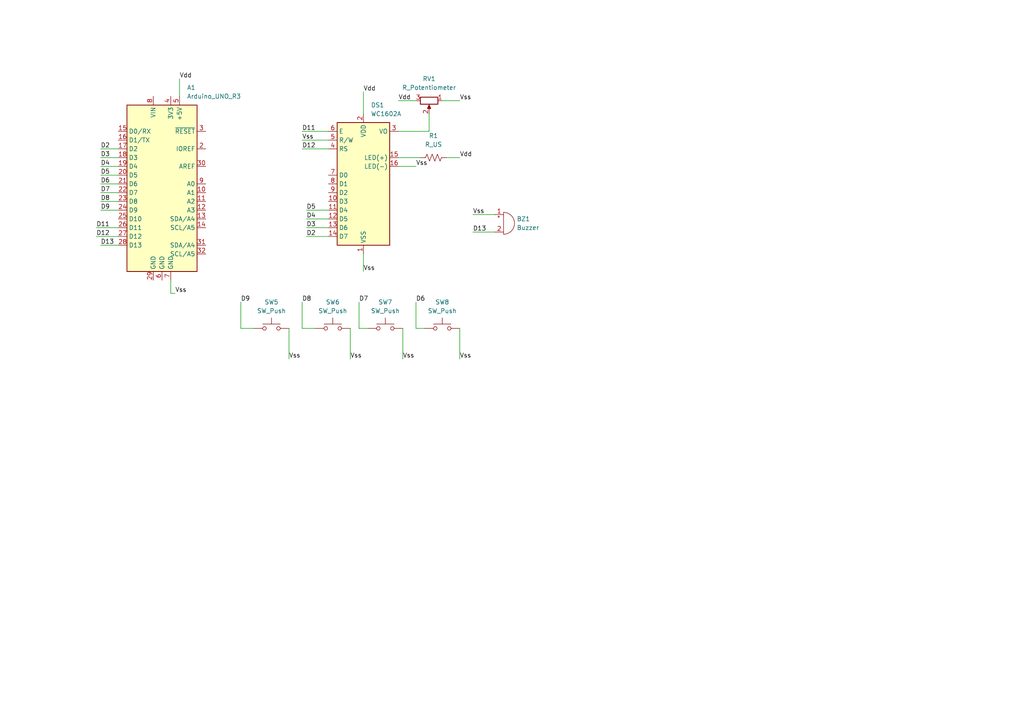
<source format=kicad_sch>
(kicad_sch
	(version 20250114)
	(generator "eeschema")
	(generator_version "9.0")
	(uuid "c76b3e04-a3db-4777-9126-90614700b155")
	(paper "A4")
	(lib_symbols
		(symbol "Device:Buzzer"
			(pin_names
				(offset 0.0254)
				(hide yes)
			)
			(exclude_from_sim no)
			(in_bom yes)
			(on_board yes)
			(property "Reference" "BZ"
				(at 3.81 1.27 0)
				(effects
					(font
						(size 1.27 1.27)
					)
					(justify left)
				)
			)
			(property "Value" "Buzzer"
				(at 3.81 -1.27 0)
				(effects
					(font
						(size 1.27 1.27)
					)
					(justify left)
				)
			)
			(property "Footprint" ""
				(at -0.635 2.54 90)
				(effects
					(font
						(size 1.27 1.27)
					)
					(hide yes)
				)
			)
			(property "Datasheet" "~"
				(at -0.635 2.54 90)
				(effects
					(font
						(size 1.27 1.27)
					)
					(hide yes)
				)
			)
			(property "Description" "Buzzer, polarized"
				(at 0 0 0)
				(effects
					(font
						(size 1.27 1.27)
					)
					(hide yes)
				)
			)
			(property "ki_keywords" "quartz resonator ceramic"
				(at 0 0 0)
				(effects
					(font
						(size 1.27 1.27)
					)
					(hide yes)
				)
			)
			(property "ki_fp_filters" "*Buzzer*"
				(at 0 0 0)
				(effects
					(font
						(size 1.27 1.27)
					)
					(hide yes)
				)
			)
			(symbol "Buzzer_0_1"
				(polyline
					(pts
						(xy -1.651 1.905) (xy -1.143 1.905)
					)
					(stroke
						(width 0)
						(type default)
					)
					(fill
						(type none)
					)
				)
				(polyline
					(pts
						(xy -1.397 2.159) (xy -1.397 1.651)
					)
					(stroke
						(width 0)
						(type default)
					)
					(fill
						(type none)
					)
				)
				(arc
					(start 0 3.175)
					(mid 3.1612 0)
					(end 0 -3.175)
					(stroke
						(width 0)
						(type default)
					)
					(fill
						(type none)
					)
				)
				(polyline
					(pts
						(xy 0 3.175) (xy 0 -3.175)
					)
					(stroke
						(width 0)
						(type default)
					)
					(fill
						(type none)
					)
				)
			)
			(symbol "Buzzer_1_1"
				(pin passive line
					(at -2.54 2.54 0)
					(length 2.54)
					(name "+"
						(effects
							(font
								(size 1.27 1.27)
							)
						)
					)
					(number "1"
						(effects
							(font
								(size 1.27 1.27)
							)
						)
					)
				)
				(pin passive line
					(at -2.54 -2.54 0)
					(length 2.54)
					(name "-"
						(effects
							(font
								(size 1.27 1.27)
							)
						)
					)
					(number "2"
						(effects
							(font
								(size 1.27 1.27)
							)
						)
					)
				)
			)
			(embedded_fonts no)
		)
		(symbol "Device:R_Potentiometer"
			(pin_names
				(offset 1.016)
				(hide yes)
			)
			(exclude_from_sim no)
			(in_bom yes)
			(on_board yes)
			(property "Reference" "RV"
				(at -4.445 0 90)
				(effects
					(font
						(size 1.27 1.27)
					)
				)
			)
			(property "Value" "R_Potentiometer"
				(at -2.54 0 90)
				(effects
					(font
						(size 1.27 1.27)
					)
				)
			)
			(property "Footprint" ""
				(at 0 0 0)
				(effects
					(font
						(size 1.27 1.27)
					)
					(hide yes)
				)
			)
			(property "Datasheet" "~"
				(at 0 0 0)
				(effects
					(font
						(size 1.27 1.27)
					)
					(hide yes)
				)
			)
			(property "Description" "Potentiometer"
				(at 0 0 0)
				(effects
					(font
						(size 1.27 1.27)
					)
					(hide yes)
				)
			)
			(property "ki_keywords" "resistor variable"
				(at 0 0 0)
				(effects
					(font
						(size 1.27 1.27)
					)
					(hide yes)
				)
			)
			(property "ki_fp_filters" "Potentiometer*"
				(at 0 0 0)
				(effects
					(font
						(size 1.27 1.27)
					)
					(hide yes)
				)
			)
			(symbol "R_Potentiometer_0_1"
				(rectangle
					(start 1.016 2.54)
					(end -1.016 -2.54)
					(stroke
						(width 0.254)
						(type default)
					)
					(fill
						(type none)
					)
				)
				(polyline
					(pts
						(xy 1.143 0) (xy 2.286 0.508) (xy 2.286 -0.508) (xy 1.143 0)
					)
					(stroke
						(width 0)
						(type default)
					)
					(fill
						(type outline)
					)
				)
				(polyline
					(pts
						(xy 2.54 0) (xy 1.524 0)
					)
					(stroke
						(width 0)
						(type default)
					)
					(fill
						(type none)
					)
				)
			)
			(symbol "R_Potentiometer_1_1"
				(pin passive line
					(at 0 3.81 270)
					(length 1.27)
					(name "1"
						(effects
							(font
								(size 1.27 1.27)
							)
						)
					)
					(number "1"
						(effects
							(font
								(size 1.27 1.27)
							)
						)
					)
				)
				(pin passive line
					(at 0 -3.81 90)
					(length 1.27)
					(name "3"
						(effects
							(font
								(size 1.27 1.27)
							)
						)
					)
					(number "3"
						(effects
							(font
								(size 1.27 1.27)
							)
						)
					)
				)
				(pin passive line
					(at 3.81 0 180)
					(length 1.27)
					(name "2"
						(effects
							(font
								(size 1.27 1.27)
							)
						)
					)
					(number "2"
						(effects
							(font
								(size 1.27 1.27)
							)
						)
					)
				)
			)
			(embedded_fonts no)
		)
		(symbol "Device:R_US"
			(pin_numbers
				(hide yes)
			)
			(pin_names
				(offset 0)
			)
			(exclude_from_sim no)
			(in_bom yes)
			(on_board yes)
			(property "Reference" "R"
				(at 2.54 0 90)
				(effects
					(font
						(size 1.27 1.27)
					)
				)
			)
			(property "Value" "R_US"
				(at -2.54 0 90)
				(effects
					(font
						(size 1.27 1.27)
					)
				)
			)
			(property "Footprint" ""
				(at 1.016 -0.254 90)
				(effects
					(font
						(size 1.27 1.27)
					)
					(hide yes)
				)
			)
			(property "Datasheet" "~"
				(at 0 0 0)
				(effects
					(font
						(size 1.27 1.27)
					)
					(hide yes)
				)
			)
			(property "Description" "Resistor, US symbol"
				(at 0 0 0)
				(effects
					(font
						(size 1.27 1.27)
					)
					(hide yes)
				)
			)
			(property "ki_keywords" "R res resistor"
				(at 0 0 0)
				(effects
					(font
						(size 1.27 1.27)
					)
					(hide yes)
				)
			)
			(property "ki_fp_filters" "R_*"
				(at 0 0 0)
				(effects
					(font
						(size 1.27 1.27)
					)
					(hide yes)
				)
			)
			(symbol "R_US_0_1"
				(polyline
					(pts
						(xy 0 2.286) (xy 0 2.54)
					)
					(stroke
						(width 0)
						(type default)
					)
					(fill
						(type none)
					)
				)
				(polyline
					(pts
						(xy 0 2.286) (xy 1.016 1.905) (xy 0 1.524) (xy -1.016 1.143) (xy 0 0.762)
					)
					(stroke
						(width 0)
						(type default)
					)
					(fill
						(type none)
					)
				)
				(polyline
					(pts
						(xy 0 0.762) (xy 1.016 0.381) (xy 0 0) (xy -1.016 -0.381) (xy 0 -0.762)
					)
					(stroke
						(width 0)
						(type default)
					)
					(fill
						(type none)
					)
				)
				(polyline
					(pts
						(xy 0 -0.762) (xy 1.016 -1.143) (xy 0 -1.524) (xy -1.016 -1.905) (xy 0 -2.286)
					)
					(stroke
						(width 0)
						(type default)
					)
					(fill
						(type none)
					)
				)
				(polyline
					(pts
						(xy 0 -2.286) (xy 0 -2.54)
					)
					(stroke
						(width 0)
						(type default)
					)
					(fill
						(type none)
					)
				)
			)
			(symbol "R_US_1_1"
				(pin passive line
					(at 0 3.81 270)
					(length 1.27)
					(name "~"
						(effects
							(font
								(size 1.27 1.27)
							)
						)
					)
					(number "1"
						(effects
							(font
								(size 1.27 1.27)
							)
						)
					)
				)
				(pin passive line
					(at 0 -3.81 90)
					(length 1.27)
					(name "~"
						(effects
							(font
								(size 1.27 1.27)
							)
						)
					)
					(number "2"
						(effects
							(font
								(size 1.27 1.27)
							)
						)
					)
				)
			)
			(embedded_fonts no)
		)
		(symbol "Display_Character:WC1602A"
			(exclude_from_sim no)
			(in_bom yes)
			(on_board yes)
			(property "Reference" "DS"
				(at -5.842 19.05 0)
				(effects
					(font
						(size 1.27 1.27)
					)
				)
			)
			(property "Value" "WC1602A"
				(at 5.334 19.05 0)
				(effects
					(font
						(size 1.27 1.27)
					)
				)
			)
			(property "Footprint" "Display:WC1602A"
				(at 0 -22.86 0)
				(effects
					(font
						(size 1.27 1.27)
						(italic yes)
					)
					(hide yes)
				)
			)
			(property "Datasheet" "http://www.wincomlcd.com/pdf/WC1602A-SFYLYHTC06.pdf"
				(at 17.78 0 0)
				(effects
					(font
						(size 1.27 1.27)
					)
					(hide yes)
				)
			)
			(property "Description" "LCD 16x2 Alphanumeric , 8 bit parallel bus, 5V VDD"
				(at 0 0 0)
				(effects
					(font
						(size 1.27 1.27)
					)
					(hide yes)
				)
			)
			(property "ki_keywords" "display LCD dot-matrix"
				(at 0 0 0)
				(effects
					(font
						(size 1.27 1.27)
					)
					(hide yes)
				)
			)
			(property "ki_fp_filters" "*WC*1602A*"
				(at 0 0 0)
				(effects
					(font
						(size 1.27 1.27)
					)
					(hide yes)
				)
			)
			(symbol "WC1602A_1_1"
				(rectangle
					(start -7.62 17.78)
					(end 7.62 -17.78)
					(stroke
						(width 0.254)
						(type default)
					)
					(fill
						(type background)
					)
				)
				(pin input line
					(at -10.16 15.24 0)
					(length 2.54)
					(name "E"
						(effects
							(font
								(size 1.27 1.27)
							)
						)
					)
					(number "6"
						(effects
							(font
								(size 1.27 1.27)
							)
						)
					)
				)
				(pin input line
					(at -10.16 12.7 0)
					(length 2.54)
					(name "R/W"
						(effects
							(font
								(size 1.27 1.27)
							)
						)
					)
					(number "5"
						(effects
							(font
								(size 1.27 1.27)
							)
						)
					)
				)
				(pin input line
					(at -10.16 10.16 0)
					(length 2.54)
					(name "RS"
						(effects
							(font
								(size 1.27 1.27)
							)
						)
					)
					(number "4"
						(effects
							(font
								(size 1.27 1.27)
							)
						)
					)
				)
				(pin input line
					(at -10.16 2.54 0)
					(length 2.54)
					(name "D0"
						(effects
							(font
								(size 1.27 1.27)
							)
						)
					)
					(number "7"
						(effects
							(font
								(size 1.27 1.27)
							)
						)
					)
				)
				(pin input line
					(at -10.16 0 0)
					(length 2.54)
					(name "D1"
						(effects
							(font
								(size 1.27 1.27)
							)
						)
					)
					(number "8"
						(effects
							(font
								(size 1.27 1.27)
							)
						)
					)
				)
				(pin input line
					(at -10.16 -2.54 0)
					(length 2.54)
					(name "D2"
						(effects
							(font
								(size 1.27 1.27)
							)
						)
					)
					(number "9"
						(effects
							(font
								(size 1.27 1.27)
							)
						)
					)
				)
				(pin input line
					(at -10.16 -5.08 0)
					(length 2.54)
					(name "D3"
						(effects
							(font
								(size 1.27 1.27)
							)
						)
					)
					(number "10"
						(effects
							(font
								(size 1.27 1.27)
							)
						)
					)
				)
				(pin input line
					(at -10.16 -7.62 0)
					(length 2.54)
					(name "D4"
						(effects
							(font
								(size 1.27 1.27)
							)
						)
					)
					(number "11"
						(effects
							(font
								(size 1.27 1.27)
							)
						)
					)
				)
				(pin input line
					(at -10.16 -10.16 0)
					(length 2.54)
					(name "D5"
						(effects
							(font
								(size 1.27 1.27)
							)
						)
					)
					(number "12"
						(effects
							(font
								(size 1.27 1.27)
							)
						)
					)
				)
				(pin input line
					(at -10.16 -12.7 0)
					(length 2.54)
					(name "D6"
						(effects
							(font
								(size 1.27 1.27)
							)
						)
					)
					(number "13"
						(effects
							(font
								(size 1.27 1.27)
							)
						)
					)
				)
				(pin input line
					(at -10.16 -15.24 0)
					(length 2.54)
					(name "D7"
						(effects
							(font
								(size 1.27 1.27)
							)
						)
					)
					(number "14"
						(effects
							(font
								(size 1.27 1.27)
							)
						)
					)
				)
				(pin power_in line
					(at 0 20.32 270)
					(length 2.54)
					(name "VDD"
						(effects
							(font
								(size 1.27 1.27)
							)
						)
					)
					(number "2"
						(effects
							(font
								(size 1.27 1.27)
							)
						)
					)
				)
				(pin power_in line
					(at 0 -20.32 90)
					(length 2.54)
					(name "VSS"
						(effects
							(font
								(size 1.27 1.27)
							)
						)
					)
					(number "1"
						(effects
							(font
								(size 1.27 1.27)
							)
						)
					)
				)
				(pin input line
					(at 10.16 15.24 180)
					(length 2.54)
					(name "VO"
						(effects
							(font
								(size 1.27 1.27)
							)
						)
					)
					(number "3"
						(effects
							(font
								(size 1.27 1.27)
							)
						)
					)
				)
				(pin power_in line
					(at 10.16 7.62 180)
					(length 2.54)
					(name "LED(+)"
						(effects
							(font
								(size 1.27 1.27)
							)
						)
					)
					(number "15"
						(effects
							(font
								(size 1.27 1.27)
							)
						)
					)
				)
				(pin power_in line
					(at 10.16 5.08 180)
					(length 2.54)
					(name "LED(-)"
						(effects
							(font
								(size 1.27 1.27)
							)
						)
					)
					(number "16"
						(effects
							(font
								(size 1.27 1.27)
							)
						)
					)
				)
			)
			(embedded_fonts no)
		)
		(symbol "MCU_Module:Arduino_UNO_R3"
			(exclude_from_sim no)
			(in_bom yes)
			(on_board yes)
			(property "Reference" "A"
				(at -10.16 23.495 0)
				(effects
					(font
						(size 1.27 1.27)
					)
					(justify left bottom)
				)
			)
			(property "Value" "Arduino_UNO_R3"
				(at 5.08 -26.67 0)
				(effects
					(font
						(size 1.27 1.27)
					)
					(justify left top)
				)
			)
			(property "Footprint" "Module:Arduino_UNO_R3"
				(at 0 0 0)
				(effects
					(font
						(size 1.27 1.27)
						(italic yes)
					)
					(hide yes)
				)
			)
			(property "Datasheet" "https://www.arduino.cc/en/Main/arduinoBoardUno"
				(at 0 0 0)
				(effects
					(font
						(size 1.27 1.27)
					)
					(hide yes)
				)
			)
			(property "Description" "Arduino UNO Microcontroller Module, release 3"
				(at 0 0 0)
				(effects
					(font
						(size 1.27 1.27)
					)
					(hide yes)
				)
			)
			(property "ki_keywords" "Arduino UNO R3 Microcontroller Module Atmel AVR USB"
				(at 0 0 0)
				(effects
					(font
						(size 1.27 1.27)
					)
					(hide yes)
				)
			)
			(property "ki_fp_filters" "Arduino*UNO*R3*"
				(at 0 0 0)
				(effects
					(font
						(size 1.27 1.27)
					)
					(hide yes)
				)
			)
			(symbol "Arduino_UNO_R3_0_1"
				(rectangle
					(start -10.16 22.86)
					(end 10.16 -25.4)
					(stroke
						(width 0.254)
						(type default)
					)
					(fill
						(type background)
					)
				)
			)
			(symbol "Arduino_UNO_R3_1_1"
				(pin bidirectional line
					(at -12.7 15.24 0)
					(length 2.54)
					(name "D0/RX"
						(effects
							(font
								(size 1.27 1.27)
							)
						)
					)
					(number "15"
						(effects
							(font
								(size 1.27 1.27)
							)
						)
					)
				)
				(pin bidirectional line
					(at -12.7 12.7 0)
					(length 2.54)
					(name "D1/TX"
						(effects
							(font
								(size 1.27 1.27)
							)
						)
					)
					(number "16"
						(effects
							(font
								(size 1.27 1.27)
							)
						)
					)
				)
				(pin bidirectional line
					(at -12.7 10.16 0)
					(length 2.54)
					(name "D2"
						(effects
							(font
								(size 1.27 1.27)
							)
						)
					)
					(number "17"
						(effects
							(font
								(size 1.27 1.27)
							)
						)
					)
				)
				(pin bidirectional line
					(at -12.7 7.62 0)
					(length 2.54)
					(name "D3"
						(effects
							(font
								(size 1.27 1.27)
							)
						)
					)
					(number "18"
						(effects
							(font
								(size 1.27 1.27)
							)
						)
					)
				)
				(pin bidirectional line
					(at -12.7 5.08 0)
					(length 2.54)
					(name "D4"
						(effects
							(font
								(size 1.27 1.27)
							)
						)
					)
					(number "19"
						(effects
							(font
								(size 1.27 1.27)
							)
						)
					)
				)
				(pin bidirectional line
					(at -12.7 2.54 0)
					(length 2.54)
					(name "D5"
						(effects
							(font
								(size 1.27 1.27)
							)
						)
					)
					(number "20"
						(effects
							(font
								(size 1.27 1.27)
							)
						)
					)
				)
				(pin bidirectional line
					(at -12.7 0 0)
					(length 2.54)
					(name "D6"
						(effects
							(font
								(size 1.27 1.27)
							)
						)
					)
					(number "21"
						(effects
							(font
								(size 1.27 1.27)
							)
						)
					)
				)
				(pin bidirectional line
					(at -12.7 -2.54 0)
					(length 2.54)
					(name "D7"
						(effects
							(font
								(size 1.27 1.27)
							)
						)
					)
					(number "22"
						(effects
							(font
								(size 1.27 1.27)
							)
						)
					)
				)
				(pin bidirectional line
					(at -12.7 -5.08 0)
					(length 2.54)
					(name "D8"
						(effects
							(font
								(size 1.27 1.27)
							)
						)
					)
					(number "23"
						(effects
							(font
								(size 1.27 1.27)
							)
						)
					)
				)
				(pin bidirectional line
					(at -12.7 -7.62 0)
					(length 2.54)
					(name "D9"
						(effects
							(font
								(size 1.27 1.27)
							)
						)
					)
					(number "24"
						(effects
							(font
								(size 1.27 1.27)
							)
						)
					)
				)
				(pin bidirectional line
					(at -12.7 -10.16 0)
					(length 2.54)
					(name "D10"
						(effects
							(font
								(size 1.27 1.27)
							)
						)
					)
					(number "25"
						(effects
							(font
								(size 1.27 1.27)
							)
						)
					)
				)
				(pin bidirectional line
					(at -12.7 -12.7 0)
					(length 2.54)
					(name "D11"
						(effects
							(font
								(size 1.27 1.27)
							)
						)
					)
					(number "26"
						(effects
							(font
								(size 1.27 1.27)
							)
						)
					)
				)
				(pin bidirectional line
					(at -12.7 -15.24 0)
					(length 2.54)
					(name "D12"
						(effects
							(font
								(size 1.27 1.27)
							)
						)
					)
					(number "27"
						(effects
							(font
								(size 1.27 1.27)
							)
						)
					)
				)
				(pin bidirectional line
					(at -12.7 -17.78 0)
					(length 2.54)
					(name "D13"
						(effects
							(font
								(size 1.27 1.27)
							)
						)
					)
					(number "28"
						(effects
							(font
								(size 1.27 1.27)
							)
						)
					)
				)
				(pin no_connect line
					(at -10.16 -20.32 0)
					(length 2.54)
					(hide yes)
					(name "NC"
						(effects
							(font
								(size 1.27 1.27)
							)
						)
					)
					(number "1"
						(effects
							(font
								(size 1.27 1.27)
							)
						)
					)
				)
				(pin power_in line
					(at -2.54 25.4 270)
					(length 2.54)
					(name "VIN"
						(effects
							(font
								(size 1.27 1.27)
							)
						)
					)
					(number "8"
						(effects
							(font
								(size 1.27 1.27)
							)
						)
					)
				)
				(pin power_in line
					(at -2.54 -27.94 90)
					(length 2.54)
					(name "GND"
						(effects
							(font
								(size 1.27 1.27)
							)
						)
					)
					(number "29"
						(effects
							(font
								(size 1.27 1.27)
							)
						)
					)
				)
				(pin power_in line
					(at 0 -27.94 90)
					(length 2.54)
					(name "GND"
						(effects
							(font
								(size 1.27 1.27)
							)
						)
					)
					(number "6"
						(effects
							(font
								(size 1.27 1.27)
							)
						)
					)
				)
				(pin power_out line
					(at 2.54 25.4 270)
					(length 2.54)
					(name "3V3"
						(effects
							(font
								(size 1.27 1.27)
							)
						)
					)
					(number "4"
						(effects
							(font
								(size 1.27 1.27)
							)
						)
					)
				)
				(pin power_in line
					(at 2.54 -27.94 90)
					(length 2.54)
					(name "GND"
						(effects
							(font
								(size 1.27 1.27)
							)
						)
					)
					(number "7"
						(effects
							(font
								(size 1.27 1.27)
							)
						)
					)
				)
				(pin power_out line
					(at 5.08 25.4 270)
					(length 2.54)
					(name "+5V"
						(effects
							(font
								(size 1.27 1.27)
							)
						)
					)
					(number "5"
						(effects
							(font
								(size 1.27 1.27)
							)
						)
					)
				)
				(pin input line
					(at 12.7 15.24 180)
					(length 2.54)
					(name "~{RESET}"
						(effects
							(font
								(size 1.27 1.27)
							)
						)
					)
					(number "3"
						(effects
							(font
								(size 1.27 1.27)
							)
						)
					)
				)
				(pin output line
					(at 12.7 10.16 180)
					(length 2.54)
					(name "IOREF"
						(effects
							(font
								(size 1.27 1.27)
							)
						)
					)
					(number "2"
						(effects
							(font
								(size 1.27 1.27)
							)
						)
					)
				)
				(pin input line
					(at 12.7 5.08 180)
					(length 2.54)
					(name "AREF"
						(effects
							(font
								(size 1.27 1.27)
							)
						)
					)
					(number "30"
						(effects
							(font
								(size 1.27 1.27)
							)
						)
					)
				)
				(pin bidirectional line
					(at 12.7 0 180)
					(length 2.54)
					(name "A0"
						(effects
							(font
								(size 1.27 1.27)
							)
						)
					)
					(number "9"
						(effects
							(font
								(size 1.27 1.27)
							)
						)
					)
				)
				(pin bidirectional line
					(at 12.7 -2.54 180)
					(length 2.54)
					(name "A1"
						(effects
							(font
								(size 1.27 1.27)
							)
						)
					)
					(number "10"
						(effects
							(font
								(size 1.27 1.27)
							)
						)
					)
				)
				(pin bidirectional line
					(at 12.7 -5.08 180)
					(length 2.54)
					(name "A2"
						(effects
							(font
								(size 1.27 1.27)
							)
						)
					)
					(number "11"
						(effects
							(font
								(size 1.27 1.27)
							)
						)
					)
				)
				(pin bidirectional line
					(at 12.7 -7.62 180)
					(length 2.54)
					(name "A3"
						(effects
							(font
								(size 1.27 1.27)
							)
						)
					)
					(number "12"
						(effects
							(font
								(size 1.27 1.27)
							)
						)
					)
				)
				(pin bidirectional line
					(at 12.7 -10.16 180)
					(length 2.54)
					(name "SDA/A4"
						(effects
							(font
								(size 1.27 1.27)
							)
						)
					)
					(number "13"
						(effects
							(font
								(size 1.27 1.27)
							)
						)
					)
				)
				(pin bidirectional line
					(at 12.7 -12.7 180)
					(length 2.54)
					(name "SCL/A5"
						(effects
							(font
								(size 1.27 1.27)
							)
						)
					)
					(number "14"
						(effects
							(font
								(size 1.27 1.27)
							)
						)
					)
				)
				(pin bidirectional line
					(at 12.7 -17.78 180)
					(length 2.54)
					(name "SDA/A4"
						(effects
							(font
								(size 1.27 1.27)
							)
						)
					)
					(number "31"
						(effects
							(font
								(size 1.27 1.27)
							)
						)
					)
				)
				(pin bidirectional line
					(at 12.7 -20.32 180)
					(length 2.54)
					(name "SCL/A5"
						(effects
							(font
								(size 1.27 1.27)
							)
						)
					)
					(number "32"
						(effects
							(font
								(size 1.27 1.27)
							)
						)
					)
				)
			)
			(embedded_fonts no)
		)
		(symbol "Switch:SW_Push"
			(pin_numbers
				(hide yes)
			)
			(pin_names
				(offset 1.016)
				(hide yes)
			)
			(exclude_from_sim no)
			(in_bom yes)
			(on_board yes)
			(property "Reference" "SW"
				(at 1.27 2.54 0)
				(effects
					(font
						(size 1.27 1.27)
					)
					(justify left)
				)
			)
			(property "Value" "SW_Push"
				(at 0 -1.524 0)
				(effects
					(font
						(size 1.27 1.27)
					)
				)
			)
			(property "Footprint" ""
				(at 0 5.08 0)
				(effects
					(font
						(size 1.27 1.27)
					)
					(hide yes)
				)
			)
			(property "Datasheet" "~"
				(at 0 5.08 0)
				(effects
					(font
						(size 1.27 1.27)
					)
					(hide yes)
				)
			)
			(property "Description" "Push button switch, generic, two pins"
				(at 0 0 0)
				(effects
					(font
						(size 1.27 1.27)
					)
					(hide yes)
				)
			)
			(property "ki_keywords" "switch normally-open pushbutton push-button"
				(at 0 0 0)
				(effects
					(font
						(size 1.27 1.27)
					)
					(hide yes)
				)
			)
			(symbol "SW_Push_0_1"
				(circle
					(center -2.032 0)
					(radius 0.508)
					(stroke
						(width 0)
						(type default)
					)
					(fill
						(type none)
					)
				)
				(polyline
					(pts
						(xy 0 1.27) (xy 0 3.048)
					)
					(stroke
						(width 0)
						(type default)
					)
					(fill
						(type none)
					)
				)
				(circle
					(center 2.032 0)
					(radius 0.508)
					(stroke
						(width 0)
						(type default)
					)
					(fill
						(type none)
					)
				)
				(polyline
					(pts
						(xy 2.54 1.27) (xy -2.54 1.27)
					)
					(stroke
						(width 0)
						(type default)
					)
					(fill
						(type none)
					)
				)
				(pin passive line
					(at -5.08 0 0)
					(length 2.54)
					(name "1"
						(effects
							(font
								(size 1.27 1.27)
							)
						)
					)
					(number "1"
						(effects
							(font
								(size 1.27 1.27)
							)
						)
					)
				)
				(pin passive line
					(at 5.08 0 180)
					(length 2.54)
					(name "2"
						(effects
							(font
								(size 1.27 1.27)
							)
						)
					)
					(number "2"
						(effects
							(font
								(size 1.27 1.27)
							)
						)
					)
				)
			)
			(embedded_fonts no)
		)
	)
	(wire
		(pts
			(xy 52.07 22.86) (xy 52.07 27.94)
		)
		(stroke
			(width 0)
			(type default)
		)
		(uuid "03833521-f6f3-4a19-a8cb-29185b966d5a")
	)
	(wire
		(pts
			(xy 133.35 29.21) (xy 128.27 29.21)
		)
		(stroke
			(width 0)
			(type default)
		)
		(uuid "10532bc3-0cca-41ad-8543-05cf674dab16")
	)
	(wire
		(pts
			(xy 88.9 63.5) (xy 95.25 63.5)
		)
		(stroke
			(width 0)
			(type default)
		)
		(uuid "1641a52c-ce8b-4eb1-9660-26479f207e56")
	)
	(wire
		(pts
			(xy 129.54 45.72) (xy 133.35 45.72)
		)
		(stroke
			(width 0)
			(type default)
		)
		(uuid "1663161e-8ee5-4118-991f-6aed083eb108")
	)
	(wire
		(pts
			(xy 124.46 38.1) (xy 115.57 38.1)
		)
		(stroke
			(width 0)
			(type default)
		)
		(uuid "18b1a963-ade0-40d2-9ddd-71abfcd46597")
	)
	(wire
		(pts
			(xy 27.94 66.04) (xy 34.29 66.04)
		)
		(stroke
			(width 0)
			(type default)
		)
		(uuid "1cc9670f-4674-472c-a961-d839a642b52a")
	)
	(wire
		(pts
			(xy 29.21 43.18) (xy 34.29 43.18)
		)
		(stroke
			(width 0)
			(type default)
		)
		(uuid "230f2eae-4522-4415-900a-3b2d92650812")
	)
	(wire
		(pts
			(xy 87.63 38.1) (xy 95.25 38.1)
		)
		(stroke
			(width 0)
			(type default)
		)
		(uuid "2a7a551e-f283-466c-b9c5-ef461b73506b")
	)
	(wire
		(pts
			(xy 120.65 87.63) (xy 120.65 95.25)
		)
		(stroke
			(width 0)
			(type default)
		)
		(uuid "2bf2b251-ede7-4255-9701-850ed5b223df")
	)
	(wire
		(pts
			(xy 106.68 95.25) (xy 104.14 95.25)
		)
		(stroke
			(width 0)
			(type default)
		)
		(uuid "30980f07-fdb8-4fdf-b935-204878bf49e6")
	)
	(wire
		(pts
			(xy 49.53 85.09) (xy 50.8 85.09)
		)
		(stroke
			(width 0)
			(type default)
		)
		(uuid "32028130-f285-424b-ad8e-231fb54277a6")
	)
	(wire
		(pts
			(xy 69.85 87.63) (xy 69.85 95.25)
		)
		(stroke
			(width 0)
			(type default)
		)
		(uuid "320b4eb8-5b4f-469b-8ae4-e3c156759e2f")
	)
	(wire
		(pts
			(xy 105.41 26.67) (xy 105.41 33.02)
		)
		(stroke
			(width 0)
			(type default)
		)
		(uuid "3814a691-07bf-4b77-a54e-d8fadadb5029")
	)
	(wire
		(pts
			(xy 88.9 68.58) (xy 95.25 68.58)
		)
		(stroke
			(width 0)
			(type default)
		)
		(uuid "3d7b1299-6e53-4517-8656-8feab4480d58")
	)
	(wire
		(pts
			(xy 29.21 55.88) (xy 34.29 55.88)
		)
		(stroke
			(width 0)
			(type default)
		)
		(uuid "44d4c881-79be-4841-bbd0-98b6f18f8e1e")
	)
	(wire
		(pts
			(xy 29.21 58.42) (xy 34.29 58.42)
		)
		(stroke
			(width 0)
			(type default)
		)
		(uuid "44f5911f-b046-49c6-88b2-5237b823ea57")
	)
	(wire
		(pts
			(xy 88.9 60.96) (xy 95.25 60.96)
		)
		(stroke
			(width 0)
			(type default)
		)
		(uuid "5f78904a-1f70-4602-81c4-a736387614d8")
	)
	(wire
		(pts
			(xy 87.63 87.63) (xy 87.63 95.25)
		)
		(stroke
			(width 0)
			(type default)
		)
		(uuid "61f50a36-acc5-4213-8836-197cd950b9b3")
	)
	(wire
		(pts
			(xy 105.41 73.66) (xy 105.41 78.74)
		)
		(stroke
			(width 0)
			(type default)
		)
		(uuid "63277c01-9f13-429a-88a3-08e789dddbdf")
	)
	(wire
		(pts
			(xy 29.21 48.26) (xy 34.29 48.26)
		)
		(stroke
			(width 0)
			(type default)
		)
		(uuid "64f7bd51-8901-4d59-ad5a-5526608fe540")
	)
	(wire
		(pts
			(xy 133.35 95.25) (xy 133.35 104.14)
		)
		(stroke
			(width 0)
			(type default)
		)
		(uuid "6a01fc2e-79a9-464e-ab96-49d0b1bde31d")
	)
	(wire
		(pts
			(xy 83.82 95.25) (xy 83.82 104.14)
		)
		(stroke
			(width 0)
			(type default)
		)
		(uuid "6ead018f-10d4-440b-9096-e5e38fb58267")
	)
	(wire
		(pts
			(xy 87.63 95.25) (xy 91.44 95.25)
		)
		(stroke
			(width 0)
			(type default)
		)
		(uuid "7148a291-6dbb-4086-87cd-39d7b64ed142")
	)
	(wire
		(pts
			(xy 29.21 50.8) (xy 34.29 50.8)
		)
		(stroke
			(width 0)
			(type default)
		)
		(uuid "7c75d337-1c14-442e-bf4f-1c9c30f9336d")
	)
	(wire
		(pts
			(xy 87.63 40.64) (xy 95.25 40.64)
		)
		(stroke
			(width 0)
			(type default)
		)
		(uuid "87febdf5-a505-454f-a772-2e8807841520")
	)
	(wire
		(pts
			(xy 115.57 45.72) (xy 121.92 45.72)
		)
		(stroke
			(width 0)
			(type default)
		)
		(uuid "8cd06cee-b310-4a4e-be8f-63772cf57308")
	)
	(wire
		(pts
			(xy 116.84 95.25) (xy 116.84 104.14)
		)
		(stroke
			(width 0)
			(type default)
		)
		(uuid "9a4955e8-d293-41ce-af47-67643b8d25d3")
	)
	(wire
		(pts
			(xy 27.94 68.58) (xy 34.29 68.58)
		)
		(stroke
			(width 0)
			(type default)
		)
		(uuid "a35586c0-65ad-4fe5-a332-0465961d4b7c")
	)
	(wire
		(pts
			(xy 137.16 62.23) (xy 143.51 62.23)
		)
		(stroke
			(width 0)
			(type default)
		)
		(uuid "ad9fd739-4a59-4a3b-ac91-655721c332ba")
	)
	(wire
		(pts
			(xy 29.21 60.96) (xy 34.29 60.96)
		)
		(stroke
			(width 0)
			(type default)
		)
		(uuid "b3a3c1eb-dcce-4bf6-aba0-39b30b4d40e2")
	)
	(wire
		(pts
			(xy 137.16 67.31) (xy 143.51 67.31)
		)
		(stroke
			(width 0)
			(type default)
		)
		(uuid "c0d3e0e0-bfd1-4a54-8148-9144bd52b1a3")
	)
	(wire
		(pts
			(xy 29.21 45.72) (xy 34.29 45.72)
		)
		(stroke
			(width 0)
			(type default)
		)
		(uuid "c12f0587-733e-4307-9a7e-4f5eb7ea4fc6")
	)
	(wire
		(pts
			(xy 88.9 66.04) (xy 95.25 66.04)
		)
		(stroke
			(width 0)
			(type default)
		)
		(uuid "c2ef52eb-a6de-4ee5-bf5b-a468e49d1e96")
	)
	(wire
		(pts
			(xy 124.46 33.02) (xy 124.46 38.1)
		)
		(stroke
			(width 0)
			(type default)
		)
		(uuid "c6cd864f-6783-4e03-be78-26ed191dc8a6")
	)
	(wire
		(pts
			(xy 104.14 87.63) (xy 104.14 95.25)
		)
		(stroke
			(width 0)
			(type default)
		)
		(uuid "c82d547e-f2b9-4098-8ec2-3ee65746815d")
	)
	(wire
		(pts
			(xy 73.66 95.25) (xy 69.85 95.25)
		)
		(stroke
			(width 0)
			(type default)
		)
		(uuid "ca406295-ee01-4dda-8128-f47dc1ec6843")
	)
	(wire
		(pts
			(xy 49.53 81.28) (xy 49.53 85.09)
		)
		(stroke
			(width 0)
			(type default)
		)
		(uuid "da4d73d7-8c77-463a-b278-3484928b74ed")
	)
	(wire
		(pts
			(xy 123.19 95.25) (xy 120.65 95.25)
		)
		(stroke
			(width 0)
			(type default)
		)
		(uuid "e069415a-7d04-4052-b819-e09d2c2f927b")
	)
	(wire
		(pts
			(xy 115.57 48.26) (xy 120.65 48.26)
		)
		(stroke
			(width 0)
			(type default)
		)
		(uuid "ea49910d-ae4e-4167-bb68-0f5591e3fa5d")
	)
	(wire
		(pts
			(xy 29.21 53.34) (xy 34.29 53.34)
		)
		(stroke
			(width 0)
			(type default)
		)
		(uuid "ed5bca68-6359-4087-9f13-6a034829d59e")
	)
	(wire
		(pts
			(xy 101.6 95.25) (xy 101.6 104.14)
		)
		(stroke
			(width 0)
			(type default)
		)
		(uuid "f1a2950e-bdc0-4732-ab09-ea3549d9f36b")
	)
	(wire
		(pts
			(xy 29.21 71.12) (xy 34.29 71.12)
		)
		(stroke
			(width 0)
			(type default)
		)
		(uuid "f497af38-b75f-4620-8d85-4cd84ce06729")
	)
	(wire
		(pts
			(xy 120.65 29.21) (xy 115.57 29.21)
		)
		(stroke
			(width 0)
			(type default)
		)
		(uuid "ff0ba962-b426-4fcd-a4ec-9b3e7960076e")
	)
	(wire
		(pts
			(xy 87.63 43.18) (xy 95.25 43.18)
		)
		(stroke
			(width 0)
			(type default)
		)
		(uuid "ff7df2b3-ffc0-448a-8bbd-d2a16d508113")
	)
	(label "D11"
		(at 87.63 38.1 0)
		(effects
			(font
				(size 1.27 1.27)
			)
			(justify left bottom)
		)
		(uuid "0fd3d308-b708-4f64-8c1b-c51b28868d7a")
	)
	(label "D6"
		(at 120.65 87.63 0)
		(effects
			(font
				(size 1.27 1.27)
			)
			(justify left bottom)
		)
		(uuid "12deb7da-e2c2-44f4-aa22-5a552d225090")
	)
	(label "Vss"
		(at 50.8 85.09 0)
		(effects
			(font
				(size 1.27 1.27)
			)
			(justify left bottom)
		)
		(uuid "21a641e5-1e07-4885-ba1e-795102ebcc66")
	)
	(label "Vss"
		(at 83.82 104.14 0)
		(effects
			(font
				(size 1.27 1.27)
			)
			(justify left bottom)
		)
		(uuid "3046b13a-37f8-40c5-a162-c5b0cd8ee511")
	)
	(label "Vss"
		(at 137.16 62.23 0)
		(effects
			(font
				(size 1.27 1.27)
			)
			(justify left bottom)
		)
		(uuid "33521999-a943-4d1d-b72e-bed9909ffce2")
	)
	(label "D7"
		(at 104.14 87.63 0)
		(effects
			(font
				(size 1.27 1.27)
			)
			(justify left bottom)
		)
		(uuid "3945065d-b16b-4e37-ba9a-82b3d2cabb85")
	)
	(label "D4"
		(at 88.9 63.5 0)
		(effects
			(font
				(size 1.27 1.27)
			)
			(justify left bottom)
		)
		(uuid "40790a80-6bf1-4f47-b76a-e8f4f0d07fbe")
	)
	(label "D13"
		(at 29.21 71.12 0)
		(effects
			(font
				(size 1.27 1.27)
			)
			(justify left bottom)
		)
		(uuid "47c9fc05-a9dd-4473-8810-a6e051a28640")
	)
	(label "Vss"
		(at 120.65 48.26 0)
		(effects
			(font
				(size 1.27 1.27)
			)
			(justify left bottom)
		)
		(uuid "4805df4a-b1c6-4acb-9822-dd71edeadbbe")
	)
	(label "D6"
		(at 29.21 53.34 0)
		(effects
			(font
				(size 1.27 1.27)
			)
			(justify left bottom)
		)
		(uuid "4b30895d-f29e-45b5-bcc6-fba1bcd651e3")
	)
	(label "D9"
		(at 69.85 87.63 0)
		(effects
			(font
				(size 1.27 1.27)
			)
			(justify left bottom)
		)
		(uuid "4d88f95e-f7c9-46fd-96a9-1c997d45cf46")
	)
	(label "D2"
		(at 29.21 43.18 0)
		(effects
			(font
				(size 1.27 1.27)
			)
			(justify left bottom)
		)
		(uuid "579a7d09-9d5a-4304-a1dd-1e1332a2c3dc")
	)
	(label "Vdd"
		(at 115.57 29.21 0)
		(effects
			(font
				(size 1.27 1.27)
			)
			(justify left bottom)
		)
		(uuid "5c2ff496-e261-4a31-ab68-2bc7b364d090")
	)
	(label "D3"
		(at 88.9 66.04 0)
		(effects
			(font
				(size 1.27 1.27)
			)
			(justify left bottom)
		)
		(uuid "67f7b50d-c12a-4783-9581-f2af50f376a6")
	)
	(label "D13"
		(at 137.16 67.31 0)
		(effects
			(font
				(size 1.27 1.27)
			)
			(justify left bottom)
		)
		(uuid "7443291b-a4c9-40c3-a425-050d848d4068")
	)
	(label "Vss"
		(at 133.35 29.21 0)
		(effects
			(font
				(size 1.27 1.27)
			)
			(justify left bottom)
		)
		(uuid "77394824-1123-43f9-b2a4-1bcf190befcc")
	)
	(label "D12"
		(at 87.63 43.18 0)
		(effects
			(font
				(size 1.27 1.27)
			)
			(justify left bottom)
		)
		(uuid "7969c1c8-ac21-40c4-a12d-3a2c14682ba1")
	)
	(label "Vss"
		(at 87.63 40.64 0)
		(effects
			(font
				(size 1.27 1.27)
			)
			(justify left bottom)
		)
		(uuid "82625dde-3a05-4f77-91d1-0054e164ee7c")
	)
	(label "D9"
		(at 29.21 60.96 0)
		(effects
			(font
				(size 1.27 1.27)
			)
			(justify left bottom)
		)
		(uuid "87ec0bfd-2ac8-483d-8a93-c4c31a94db62")
	)
	(label "D4"
		(at 29.21 48.26 0)
		(effects
			(font
				(size 1.27 1.27)
			)
			(justify left bottom)
		)
		(uuid "8830a34d-916f-44b0-a133-c07df052b6b6")
	)
	(label "Vdd"
		(at 105.41 26.67 0)
		(effects
			(font
				(size 1.27 1.27)
			)
			(justify left bottom)
		)
		(uuid "8e6dacc4-88a0-42a8-9873-a2335f78a774")
	)
	(label "D5"
		(at 29.21 50.8 0)
		(effects
			(font
				(size 1.27 1.27)
			)
			(justify left bottom)
		)
		(uuid "915f8c0d-904d-4306-889d-389cc520ad36")
	)
	(label "Vss"
		(at 105.41 78.74 0)
		(effects
			(font
				(size 1.27 1.27)
			)
			(justify left bottom)
		)
		(uuid "939ee7a8-6c8f-4943-878f-9998398e0b00")
	)
	(label "D2"
		(at 88.9 68.58 0)
		(effects
			(font
				(size 1.27 1.27)
			)
			(justify left bottom)
		)
		(uuid "984d9eb6-fc93-44ee-9410-286218e4216b")
	)
	(label "D5"
		(at 88.9 60.96 0)
		(effects
			(font
				(size 1.27 1.27)
			)
			(justify left bottom)
		)
		(uuid "a4cddf4e-1821-42b4-ac6e-6374239a78b0")
	)
	(label "Vdd"
		(at 133.35 45.72 0)
		(effects
			(font
				(size 1.27 1.27)
			)
			(justify left bottom)
		)
		(uuid "b6ee418e-3d74-4cc9-b134-77a02a9ba084")
	)
	(label "D11"
		(at 27.94 66.04 0)
		(effects
			(font
				(size 1.27 1.27)
			)
			(justify left bottom)
		)
		(uuid "b77d74aa-a4d8-40f0-a971-430f6bc280b3")
	)
	(label "Vdd"
		(at 52.07 22.86 0)
		(effects
			(font
				(size 1.27 1.27)
			)
			(justify left bottom)
		)
		(uuid "bb429cf2-000a-4652-9c9f-cbe0b2a45fb9")
	)
	(label "D8"
		(at 87.63 87.63 0)
		(effects
			(font
				(size 1.27 1.27)
			)
			(justify left bottom)
		)
		(uuid "bcb6a3ca-29fe-4708-8a93-ca34725e40a8")
	)
	(label "D8"
		(at 29.21 58.42 0)
		(effects
			(font
				(size 1.27 1.27)
			)
			(justify left bottom)
		)
		(uuid "c98c9816-a8ee-4da4-a544-5761e1afec6b")
	)
	(label "D7"
		(at 29.21 55.88 0)
		(effects
			(font
				(size 1.27 1.27)
			)
			(justify left bottom)
		)
		(uuid "ca05f660-4c29-4076-b779-f74e0021d70f")
	)
	(label "D12"
		(at 27.94 68.58 0)
		(effects
			(font
				(size 1.27 1.27)
			)
			(justify left bottom)
		)
		(uuid "d2faf494-2912-4035-8f13-1d12ea7ca5c8")
	)
	(label "Vss"
		(at 133.35 104.14 0)
		(effects
			(font
				(size 1.27 1.27)
			)
			(justify left bottom)
		)
		(uuid "d636824f-6a33-4e2c-b60a-14c6c06e09a3")
	)
	(label "Vss"
		(at 101.6 104.14 0)
		(effects
			(font
				(size 1.27 1.27)
			)
			(justify left bottom)
		)
		(uuid "e748492c-4494-4ae6-92e3-edf72172995e")
	)
	(label "D3"
		(at 29.21 45.72 0)
		(effects
			(font
				(size 1.27 1.27)
			)
			(justify left bottom)
		)
		(uuid "f26437da-17ce-4cab-ad54-c7466cc13465")
	)
	(label "Vss"
		(at 116.84 104.14 0)
		(effects
			(font
				(size 1.27 1.27)
			)
			(justify left bottom)
		)
		(uuid "f8d3b677-5615-43b0-bee8-8760e55c9620")
	)
	(symbol
		(lib_id "Device:Buzzer")
		(at 146.05 64.77 0)
		(unit 1)
		(exclude_from_sim no)
		(in_bom yes)
		(on_board yes)
		(dnp no)
		(fields_autoplaced yes)
		(uuid "2cb74b9c-3362-4b35-ab19-5055e2627313")
		(property "Reference" "BZ1"
			(at 149.86 63.4999 0)
			(effects
				(font
					(size 1.27 1.27)
				)
				(justify left)
			)
		)
		(property "Value" "Buzzer"
			(at 149.86 66.0399 0)
			(effects
				(font
					(size 1.27 1.27)
				)
				(justify left)
			)
		)
		(property "Footprint" "Buzzer_Beeper:Buzzer_12x9.5RM7.6"
			(at 145.415 62.23 90)
			(effects
				(font
					(size 1.27 1.27)
				)
				(hide yes)
			)
		)
		(property "Datasheet" "~"
			(at 145.415 62.23 90)
			(effects
				(font
					(size 1.27 1.27)
				)
				(hide yes)
			)
		)
		(property "Description" "Buzzer, polarized"
			(at 146.05 64.77 0)
			(effects
				(font
					(size 1.27 1.27)
				)
				(hide yes)
			)
		)
		(pin "1"
			(uuid "02417e81-92a1-4e39-9efc-5b68a4322963")
		)
		(pin "2"
			(uuid "74d985a3-3848-4246-8610-8d6b85e3ddcb")
		)
		(instances
			(project ""
				(path "/c76b3e04-a3db-4777-9126-90614700b155"
					(reference "BZ1")
					(unit 1)
				)
			)
		)
	)
	(symbol
		(lib_id "Display_Character:WC1602A")
		(at 105.41 53.34 0)
		(unit 1)
		(exclude_from_sim no)
		(in_bom yes)
		(on_board yes)
		(dnp no)
		(fields_autoplaced yes)
		(uuid "5123b519-eabb-44b8-8261-995058248388")
		(property "Reference" "DS1"
			(at 107.5533 30.48 0)
			(effects
				(font
					(size 1.27 1.27)
				)
				(justify left)
			)
		)
		(property "Value" "WC1602A"
			(at 107.5533 33.02 0)
			(effects
				(font
					(size 1.27 1.27)
				)
				(justify left)
			)
		)
		(property "Footprint" "Display:WC1602A"
			(at 105.41 76.2 0)
			(effects
				(font
					(size 1.27 1.27)
					(italic yes)
				)
				(hide yes)
			)
		)
		(property "Datasheet" "http://www.wincomlcd.com/pdf/WC1602A-SFYLYHTC06.pdf"
			(at 123.19 53.34 0)
			(effects
				(font
					(size 1.27 1.27)
				)
				(hide yes)
			)
		)
		(property "Description" "LCD 16x2 Alphanumeric , 8 bit parallel bus, 5V VDD"
			(at 105.41 53.34 0)
			(effects
				(font
					(size 1.27 1.27)
				)
				(hide yes)
			)
		)
		(pin "11"
			(uuid "e598dfb4-fffa-4d2e-a889-934f7ee8c0fc")
		)
		(pin "8"
			(uuid "f8287a63-0abb-464b-b4e3-197515cafc8a")
		)
		(pin "16"
			(uuid "2c024624-094d-412e-b47d-f592848f948f")
		)
		(pin "5"
			(uuid "867adfa8-254d-425e-80a6-86bc6b5cc5da")
		)
		(pin "3"
			(uuid "b3ab5d6f-47f0-4769-8760-9a912cecc496")
		)
		(pin "10"
			(uuid "6a5c4e13-d9d7-4c58-9011-c62ab413417a")
		)
		(pin "12"
			(uuid "0484579b-b8ff-4cf0-8abb-7a7505033db8")
		)
		(pin "13"
			(uuid "99fdfe6b-fe97-4901-9361-df567acce4bf")
		)
		(pin "6"
			(uuid "d8371fc9-7ece-47ec-85b6-af0d15cdaeba")
		)
		(pin "14"
			(uuid "47e23069-8070-477a-a71e-8830996bd026")
		)
		(pin "7"
			(uuid "3fc4793f-efc8-49a1-a859-188a62673736")
		)
		(pin "4"
			(uuid "6b9cb733-f2e4-4f4a-9126-dcb4d20a05f4")
		)
		(pin "9"
			(uuid "3f794d50-0154-4a09-8c68-2821945fc49d")
		)
		(pin "2"
			(uuid "50eeca5d-d3a4-4bef-b326-d9ceb580ff28")
		)
		(pin "1"
			(uuid "5fafed96-ec6b-4a96-b530-485ee8e1878c")
		)
		(pin "15"
			(uuid "9e443e6e-33ff-450b-9b47-20469ec1e75a")
		)
		(instances
			(project ""
				(path "/c76b3e04-a3db-4777-9126-90614700b155"
					(reference "DS1")
					(unit 1)
				)
			)
		)
	)
	(symbol
		(lib_id "Switch:SW_Push")
		(at 111.76 95.25 0)
		(unit 1)
		(exclude_from_sim no)
		(in_bom yes)
		(on_board yes)
		(dnp no)
		(fields_autoplaced yes)
		(uuid "566c5675-3233-4efc-9baa-74bed372a44d")
		(property "Reference" "SW7"
			(at 111.76 87.63 0)
			(effects
				(font
					(size 1.27 1.27)
				)
			)
		)
		(property "Value" "SW_Push"
			(at 111.76 90.17 0)
			(effects
				(font
					(size 1.27 1.27)
				)
			)
		)
		(property "Footprint" "Button_Switch_THT:SW_PUSH_6mm"
			(at 111.76 90.17 0)
			(effects
				(font
					(size 1.27 1.27)
				)
				(hide yes)
			)
		)
		(property "Datasheet" "~"
			(at 111.76 90.17 0)
			(effects
				(font
					(size 1.27 1.27)
				)
				(hide yes)
			)
		)
		(property "Description" "Push button switch, generic, two pins"
			(at 111.76 95.25 0)
			(effects
				(font
					(size 1.27 1.27)
				)
				(hide yes)
			)
		)
		(pin "1"
			(uuid "58cab367-3b5d-49c7-8278-16f619e2467b")
		)
		(pin "2"
			(uuid "5239a6b8-bf51-4f57-9cba-f7bd24fd6319")
		)
		(instances
			(project "intel_prog"
				(path "/c76b3e04-a3db-4777-9126-90614700b155"
					(reference "SW7")
					(unit 1)
				)
			)
		)
	)
	(symbol
		(lib_id "Switch:SW_Push")
		(at 78.74 95.25 0)
		(unit 1)
		(exclude_from_sim no)
		(in_bom yes)
		(on_board yes)
		(dnp no)
		(fields_autoplaced yes)
		(uuid "a01d8982-e3c0-4a32-be4e-d54fe1db4b12")
		(property "Reference" "SW5"
			(at 78.74 87.63 0)
			(effects
				(font
					(size 1.27 1.27)
				)
			)
		)
		(property "Value" "SW_Push"
			(at 78.74 90.17 0)
			(effects
				(font
					(size 1.27 1.27)
				)
			)
		)
		(property "Footprint" "Button_Switch_THT:SW_PUSH_6mm"
			(at 78.74 90.17 0)
			(effects
				(font
					(size 1.27 1.27)
				)
				(hide yes)
			)
		)
		(property "Datasheet" "~"
			(at 78.74 90.17 0)
			(effects
				(font
					(size 1.27 1.27)
				)
				(hide yes)
			)
		)
		(property "Description" "Push button switch, generic, two pins"
			(at 78.74 95.25 0)
			(effects
				(font
					(size 1.27 1.27)
				)
				(hide yes)
			)
		)
		(pin "1"
			(uuid "53d19495-31e4-4167-b4e6-a29c6bd02e5d")
		)
		(pin "2"
			(uuid "6e942438-d49c-4860-b694-c93373513d1b")
		)
		(instances
			(project ""
				(path "/c76b3e04-a3db-4777-9126-90614700b155"
					(reference "SW5")
					(unit 1)
				)
			)
		)
	)
	(symbol
		(lib_id "Device:R_Potentiometer")
		(at 124.46 29.21 270)
		(unit 1)
		(exclude_from_sim no)
		(in_bom yes)
		(on_board yes)
		(dnp no)
		(uuid "a457c85c-37d7-4dcb-8cc1-f7a4099900fa")
		(property "Reference" "RV1"
			(at 124.46 22.86 90)
			(effects
				(font
					(size 1.27 1.27)
				)
			)
		)
		(property "Value" "R_Potentiometer"
			(at 124.46 25.4 90)
			(effects
				(font
					(size 1.27 1.27)
				)
			)
		)
		(property "Footprint" "Potentiometer_THT:Potentiometer_Piher_PT-10-V10_Vertical"
			(at 124.46 29.21 0)
			(effects
				(font
					(size 1.27 1.27)
				)
				(hide yes)
			)
		)
		(property "Datasheet" "~"
			(at 124.46 29.21 0)
			(effects
				(font
					(size 1.27 1.27)
				)
				(hide yes)
			)
		)
		(property "Description" "Potentiometer"
			(at 124.46 29.21 0)
			(effects
				(font
					(size 1.27 1.27)
				)
				(hide yes)
			)
		)
		(pin "1"
			(uuid "d7b3806a-f47b-4947-a0e7-602df5e4e4ed")
		)
		(pin "3"
			(uuid "0e4ce3b2-51e5-4e94-a713-7875036ff67c")
		)
		(pin "2"
			(uuid "d029846c-761c-49a1-93af-75e4c91189d7")
		)
		(instances
			(project ""
				(path "/c76b3e04-a3db-4777-9126-90614700b155"
					(reference "RV1")
					(unit 1)
				)
			)
		)
	)
	(symbol
		(lib_id "Switch:SW_Push")
		(at 96.52 95.25 0)
		(unit 1)
		(exclude_from_sim no)
		(in_bom yes)
		(on_board yes)
		(dnp no)
		(fields_autoplaced yes)
		(uuid "b094b582-efb4-4f10-90df-28a12e03f918")
		(property "Reference" "SW6"
			(at 96.52 87.63 0)
			(effects
				(font
					(size 1.27 1.27)
				)
			)
		)
		(property "Value" "SW_Push"
			(at 96.52 90.17 0)
			(effects
				(font
					(size 1.27 1.27)
				)
			)
		)
		(property "Footprint" "Button_Switch_THT:SW_PUSH_6mm"
			(at 96.52 90.17 0)
			(effects
				(font
					(size 1.27 1.27)
				)
				(hide yes)
			)
		)
		(property "Datasheet" "~"
			(at 96.52 90.17 0)
			(effects
				(font
					(size 1.27 1.27)
				)
				(hide yes)
			)
		)
		(property "Description" "Push button switch, generic, two pins"
			(at 96.52 95.25 0)
			(effects
				(font
					(size 1.27 1.27)
				)
				(hide yes)
			)
		)
		(pin "1"
			(uuid "4e289974-ec6e-4d7c-85e5-cc07ba91d583")
		)
		(pin "2"
			(uuid "12fd7f2f-a2f3-44c8-bf44-1e72a396d2c3")
		)
		(instances
			(project "intel_prog"
				(path "/c76b3e04-a3db-4777-9126-90614700b155"
					(reference "SW6")
					(unit 1)
				)
			)
		)
	)
	(symbol
		(lib_id "Switch:SW_Push")
		(at 128.27 95.25 0)
		(unit 1)
		(exclude_from_sim no)
		(in_bom yes)
		(on_board yes)
		(dnp no)
		(fields_autoplaced yes)
		(uuid "dd7d7e45-3647-4183-b682-bc62bf5a9142")
		(property "Reference" "SW8"
			(at 128.27 87.63 0)
			(effects
				(font
					(size 1.27 1.27)
				)
			)
		)
		(property "Value" "SW_Push"
			(at 128.27 90.17 0)
			(effects
				(font
					(size 1.27 1.27)
				)
			)
		)
		(property "Footprint" "Button_Switch_THT:SW_PUSH_6mm"
			(at 128.27 90.17 0)
			(effects
				(font
					(size 1.27 1.27)
				)
				(hide yes)
			)
		)
		(property "Datasheet" "~"
			(at 128.27 90.17 0)
			(effects
				(font
					(size 1.27 1.27)
				)
				(hide yes)
			)
		)
		(property "Description" "Push button switch, generic, two pins"
			(at 128.27 95.25 0)
			(effects
				(font
					(size 1.27 1.27)
				)
				(hide yes)
			)
		)
		(pin "1"
			(uuid "ede52739-48a5-4e5d-a3fb-d722e87e32a4")
		)
		(pin "2"
			(uuid "7ddd56f6-94cf-4f01-9d14-94c75f2beac4")
		)
		(instances
			(project "intel_prog"
				(path "/c76b3e04-a3db-4777-9126-90614700b155"
					(reference "SW8")
					(unit 1)
				)
			)
		)
	)
	(symbol
		(lib_id "MCU_Module:Arduino_UNO_R3")
		(at 46.99 53.34 0)
		(unit 1)
		(exclude_from_sim no)
		(in_bom yes)
		(on_board yes)
		(dnp no)
		(fields_autoplaced yes)
		(uuid "e9bea68a-20c6-4ed0-809a-ebd7f292f280")
		(property "Reference" "A1"
			(at 54.2133 25.4 0)
			(effects
				(font
					(size 1.27 1.27)
				)
				(justify left)
			)
		)
		(property "Value" "Arduino_UNO_R3"
			(at 54.2133 27.94 0)
			(effects
				(font
					(size 1.27 1.27)
				)
				(justify left)
			)
		)
		(property "Footprint" "Module:Arduino_UNO_R3"
			(at 46.99 53.34 0)
			(effects
				(font
					(size 1.27 1.27)
					(italic yes)
				)
				(hide yes)
			)
		)
		(property "Datasheet" "https://www.arduino.cc/en/Main/arduinoBoardUno"
			(at 46.99 53.34 0)
			(effects
				(font
					(size 1.27 1.27)
				)
				(hide yes)
			)
		)
		(property "Description" "Arduino UNO Microcontroller Module, release 3"
			(at 46.99 53.34 0)
			(effects
				(font
					(size 1.27 1.27)
				)
				(hide yes)
			)
		)
		(pin "20"
			(uuid "73ae621a-6bb3-4503-9479-14d47da6095d")
		)
		(pin "6"
			(uuid "cb610347-d867-498e-ae9e-7ba949c476e1")
		)
		(pin "22"
			(uuid "7b0861b5-8c45-4c7a-9de6-926fb062709b")
		)
		(pin "28"
			(uuid "fca771f4-d4af-4da3-af44-494c88eed5e6")
		)
		(pin "29"
			(uuid "8da1b6e8-2bcd-42b3-881b-64ddf05f0508")
		)
		(pin "26"
			(uuid "9fe5a64f-cb6c-452b-afcc-367cdab154a9")
		)
		(pin "19"
			(uuid "ac06913f-c20d-41db-b9a9-24ee54241698")
		)
		(pin "9"
			(uuid "763f37d7-b5ef-4242-a868-d24c6f108ca1")
		)
		(pin "32"
			(uuid "8a9271e4-d9b0-4347-b507-3a351c5213f9")
		)
		(pin "27"
			(uuid "54194358-da06-40d4-b24a-07236880131f")
		)
		(pin "10"
			(uuid "c020cabe-a41b-4a48-9a5e-edf74b57a9e9")
		)
		(pin "16"
			(uuid "afbb3289-fd0c-4e73-9e7d-88a49ac59acd")
		)
		(pin "24"
			(uuid "2bd98afe-0a54-4166-a37d-1b1ef88c8400")
		)
		(pin "8"
			(uuid "c6a0e9fe-7427-4e79-8085-6fb13d8f21f8")
		)
		(pin "3"
			(uuid "e4d80fec-e5a5-4da6-b15d-e7fbd0399e18")
		)
		(pin "30"
			(uuid "0ba52fad-2bfa-4f96-a787-6393c8be4a03")
		)
		(pin "18"
			(uuid "c2e63199-8088-4418-8af1-9c82d40ada9a")
		)
		(pin "25"
			(uuid "d5fe7c97-9a9e-455b-911e-184ae426f13b")
		)
		(pin "4"
			(uuid "de48ef45-e9e8-49d3-90c5-f57f8427964d")
		)
		(pin "21"
			(uuid "defb1a08-4995-4b31-8e62-962110f80fcf")
		)
		(pin "5"
			(uuid "3418c208-4b23-4757-bf87-faf40fa8a238")
		)
		(pin "15"
			(uuid "ceb1f3c7-c2f0-41ed-9373-4863446bfe3a")
		)
		(pin "1"
			(uuid "b7eeaede-0aac-4575-91e6-7e1f2e1fd6b4")
		)
		(pin "17"
			(uuid "5f01db10-1953-4e69-82c9-ff6b6b4af734")
		)
		(pin "23"
			(uuid "b409d684-0ed5-4ea8-b618-00ca1ee5fd6f")
		)
		(pin "2"
			(uuid "87457955-981e-48dd-8324-3cdf8f470122")
		)
		(pin "11"
			(uuid "20870a01-ce70-46f8-929b-853f19f9b09f")
		)
		(pin "12"
			(uuid "26c761b1-d8c7-495e-926d-5df7f1bd266f")
		)
		(pin "13"
			(uuid "c53a7bad-5c1d-48ff-8d5b-a2b368fa658f")
		)
		(pin "14"
			(uuid "6952f422-6111-4bae-b801-2e1b1e0e45e8")
		)
		(pin "7"
			(uuid "4c0978d9-4bdb-4ea1-ac2e-1538d709d65c")
		)
		(pin "31"
			(uuid "d4305a12-c618-44bd-aede-531168abc809")
		)
		(instances
			(project ""
				(path "/c76b3e04-a3db-4777-9126-90614700b155"
					(reference "A1")
					(unit 1)
				)
			)
		)
	)
	(symbol
		(lib_id "Device:R_US")
		(at 125.73 45.72 90)
		(unit 1)
		(exclude_from_sim no)
		(in_bom yes)
		(on_board yes)
		(dnp no)
		(fields_autoplaced yes)
		(uuid "f2633256-00ff-4e05-a77d-fbdc4ed998c6")
		(property "Reference" "R1"
			(at 125.73 39.37 90)
			(effects
				(font
					(size 1.27 1.27)
				)
			)
		)
		(property "Value" "R_US"
			(at 125.73 41.91 90)
			(effects
				(font
					(size 1.27 1.27)
				)
			)
		)
		(property "Footprint" "Resistor_THT:R_Axial_DIN0207_L6.3mm_D2.5mm_P10.16mm_Horizontal"
			(at 125.984 44.704 90)
			(effects
				(font
					(size 1.27 1.27)
				)
				(hide yes)
			)
		)
		(property "Datasheet" "~"
			(at 125.73 45.72 0)
			(effects
				(font
					(size 1.27 1.27)
				)
				(hide yes)
			)
		)
		(property "Description" "Resistor, US symbol"
			(at 125.73 45.72 0)
			(effects
				(font
					(size 1.27 1.27)
				)
				(hide yes)
			)
		)
		(pin "2"
			(uuid "aac88af6-bc89-4fe6-b27e-6eeb8de558ef")
		)
		(pin "1"
			(uuid "1bfce5bd-83f8-4ad9-9f9f-0216ea801842")
		)
		(instances
			(project ""
				(path "/c76b3e04-a3db-4777-9126-90614700b155"
					(reference "R1")
					(unit 1)
				)
			)
		)
	)
	(sheet_instances
		(path "/"
			(page "1")
		)
	)
	(embedded_fonts no)
)

</source>
